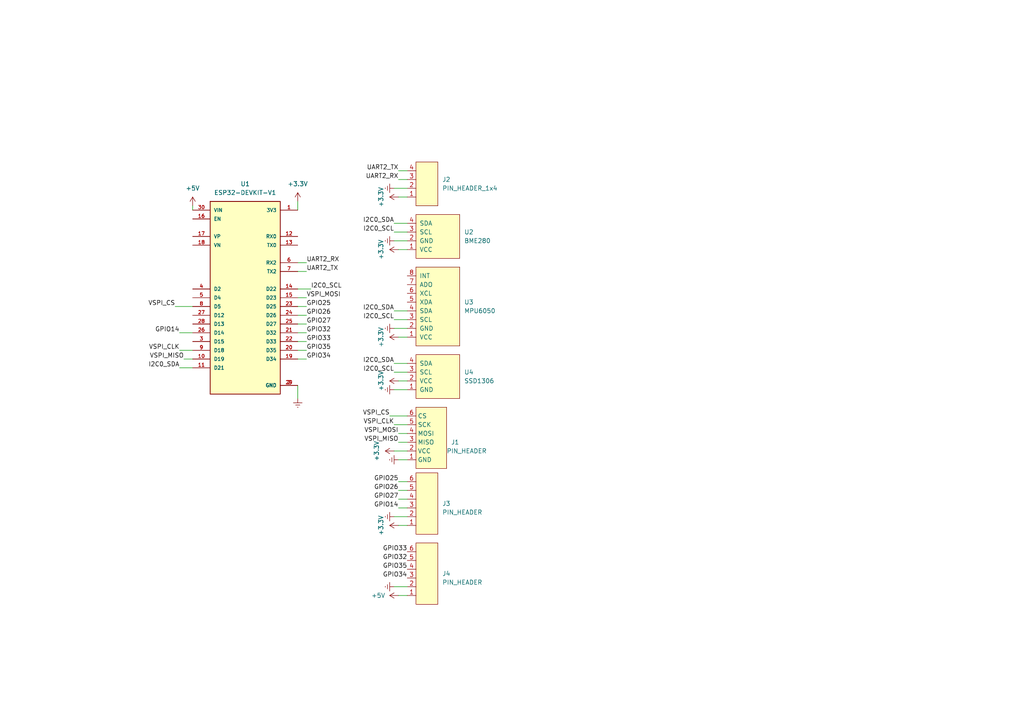
<source format=kicad_sch>
(kicad_sch (version 20230121) (generator eeschema)
  (paper "A4")
  (lib_symbols
    (symbol "New_Library:BME280" (pin_names (offset 1.016))
      (property "Reference" "U" (at 0 -3.81 0))
      (property "Value" "BME280" (at 0 -1.27 0))
      (symbol "BME280_0_1"
        (rectangle (start -6.35 6.35) (end 6.35 -6.35) (fill (type background)))
      )
      (symbol "BME280_1_1"
        (pin input line (at -3.81 8.89 270) (length 2.54) (name "VCC") (number "1"))
        (pin input line (at -1.27 8.89 270) (length 2.54) (name "GND") (number "2"))
        (pin input line (at 1.27 8.89 270) (length 2.54) (name "SCL") (number "3"))
        (pin input line (at 3.81 8.89 270) (length 2.54) (name "SDA") (number "4"))
      )
    )
    (symbol "New_Library:ESP32-DEVKIT-V1" (pin_names (offset 1.016))
      (property "Reference" "U" (at -10.16 30.48 0))
      (property "Value" "ESP32-DEVKIT-V1" (at -10.16 -30.48 0))
      (symbol "ESP32-DEVKIT-V1_0_0"
        (rectangle (start -10.16 -27.94) (end 10.16 27.94) (stroke (width 0.254)) (fill (type background)))
        (pin output line (at 15.24 25.4 180) (length 5.08) (name "3V3") (number "1"))
        (pin bidirectional line (at -15.24 -17.78 0) (length 5.08) (name "D19") (number "10"))
        (pin bidirectional line (at -15.24 -20.32 0) (length 5.08) (name "D21") (number "11"))
        (pin input line (at 15.24 17.78 180) (length 5.08) (name "RX0") (number "12"))
        (pin output line (at 15.24 15.24 180) (length 5.08) (name "TX0") (number "13"))
        (pin bidirectional line (at 15.24 2.54 180) (length 5.08) (name "D22") (number "14"))
        (pin bidirectional line (at 15.24 0 180) (length 5.08) (name "D23") (number "15"))
        (pin input line (at -15.24 22.86 0) (length 5.08) (name "EN") (number "16"))
        (pin bidirectional line (at -15.24 17.78 0) (length 5.08) (name "VP") (number "17"))
        (pin bidirectional line (at -15.24 15.24 0) (length 5.08) (name "VN") (number "18"))
        (pin bidirectional line (at 15.24 -17.78 180) (length 5.08) (name "D34") (number "19"))
        (pin power_in line (at 15.24 -25.4 180) (length 5.08) (name "GND") (number "2"))
        (pin bidirectional line (at 15.24 -15.24 180) (length 5.08) (name "D35") (number "20"))
        (pin bidirectional line (at 15.24 -10.16 180) (length 5.08) (name "D32") (number "21"))
        (pin bidirectional line (at 15.24 -12.7 180) (length 5.08) (name "D33") (number "22"))
        (pin bidirectional line (at 15.24 -2.54 180) (length 5.08) (name "D25") (number "23"))
        (pin bidirectional line (at 15.24 -5.08 180) (length 5.08) (name "D26") (number "24"))
        (pin bidirectional line (at 15.24 -7.62 180) (length 5.08) (name "D27") (number "25"))
        (pin bidirectional line (at -15.24 -10.16 0) (length 5.08) (name "D14") (number "26"))
        (pin bidirectional line (at -15.24 -5.08 0) (length 5.08) (name "D12") (number "27"))
        (pin bidirectional line (at -15.24 -7.62 0) (length 5.08) (name "D13") (number "28"))
        (pin power_in line (at 15.24 -25.4 180) (length 5.08) (name "GND") (number "29"))
        (pin bidirectional line (at -15.24 -12.7 0) (length 5.08) (name "D15") (number "3"))
        (pin input line (at -15.24 25.4 0) (length 5.08) (name "VIN") (number "30"))
        (pin bidirectional line (at -15.24 2.54 0) (length 5.08) (name "D2") (number "4"))
        (pin bidirectional line (at -15.24 0 0) (length 5.08) (name "D4") (number "5"))
        (pin input line (at 15.24 10.16 180) (length 5.08) (name "RX2") (number "6"))
        (pin output line (at 15.24 7.62 180) (length 5.08) (name "TX2") (number "7"))
        (pin bidirectional line (at -15.24 -2.54 0) (length 5.08) (name "D5") (number "8"))
        (pin bidirectional line (at -15.24 -15.24 0) (length 5.08) (name "D18") (number "9"))
      )
    )
    (symbol "New_Library:MPU6050" (pin_names (offset 1.016))
      (property "Reference" "U" (at 5.08 -3.81 0))
      (property "Value" "MPU6050" (at 5.08 -1.27 0))
      (symbol "MPU6050_0_1"
        (rectangle (start -6.35 6.35) (end 16.51 -6.35) (fill (type background)))
      )
      (symbol "MPU6050_1_1"
        (pin input line (at -3.81 8.89 270) (length 2.54) (name "VCC") (number "1"))
        (pin input line (at -1.27 8.89 270) (length 2.54) (name "GND") (number "2"))
        (pin input line (at 1.27 8.89 270) (length 2.54) (name "SCL") (number "3"))
        (pin input line (at 3.81 8.89 270) (length 2.54) (name "SDA") (number "4"))
        (pin input line (at 6.35 8.89 270) (length 2.54) (name "XDA") (number "5"))
        (pin input line (at 8.89 8.89 270) (length 2.54) (name "XCL") (number "6"))
        (pin input line (at 11.43 8.89 270) (length 2.54) (name "ADO") (number "7"))
        (pin input line (at 13.97 8.89 270) (length 2.54) (name "INT") (number "8"))
      )
    )
    (symbol "New_Library:PIN_HEADER_1x4"
      (property "Reference" "J" (at -1.27 -1.27 0))
      (property "Value" "PIN_HEADER_1x4" (at 0 1.27 0))
      (symbol "PIN_HEADER_1x4_0_1"
        (rectangle (start -7.62 3.81) (end 5.08 -2.54) (fill (type background)))
      )
      (symbol "PIN_HEADER_1x4_1_1"
        (pin input line (at -5.08 6.35 270) (length 2.54) (name "") (number "1"))
        (pin input line (at -2.54 6.35 270) (length 2.54) (name "") (number "2"))
        (pin input line (at 0 6.35 270) (length 2.54) (name "") (number "3"))
        (pin input line (at 2.54 6.35 270) (length 2.54) (name "") (number "4"))
      )
    )
    (symbol "New_Library:PIN_HEADER_1x6"
      (property "Reference" "J" (at 1.27 -1.27 0))
      (property "Value" "PIN_HEADER_1x6" (at 1.27 1.27 0))
      (symbol "PIN_HEADER_1x6_0_1"
        (rectangle (start -7.62 3.81) (end 10.16 -2.54) (fill (type background)))
      )
      (symbol "PIN_HEADER_1x6_1_1"
        (pin input line (at -5.08 6.35 270) (length 2.54) (name "") (number "1"))
        (pin input line (at -2.54 6.35 270) (length 2.54) (name "") (number "2"))
        (pin input line (at 0 6.35 270) (length 2.54) (name "") (number "3"))
        (pin input line (at 2.54 6.35 270) (length 2.54) (name "") (number "4"))
        (pin input line (at 5.08 6.35 270) (length 2.54) (name "") (number "5"))
        (pin input line (at 7.62 6.35 270) (length 2.54) (name "") (number "6"))
      )
    )
    (symbol "New_Library:SD_Module"
      (property "Reference" "J" (at 1.27 -3.81 0))
      (property "Value" "SD_Module" (at 1.27 -2.54 0))
      (symbol "SD_Module_0_1"
        (rectangle (start -7.62 3.81) (end 10.16 -5.08) (fill (type background)))
      )
      (symbol "SD_Module_1_1"
        (pin input line (at -5.08 6.35 270) (length 2.54) (name "GND") (number "1"))
        (pin input line (at -2.54 6.35 270) (length 2.54) (name "VCC") (number "2"))
        (pin input line (at 0 6.35 270) (length 2.54) (name "MISO") (number "3"))
        (pin input line (at 2.54 6.35 270) (length 2.54) (name "MOSI") (number "4"))
        (pin input line (at 5.08 6.35 270) (length 2.54) (name "SCK") (number "5"))
        (pin input line (at 7.62 6.35 270) (length 2.54) (name "CS") (number "6"))
      )
    )
    (symbol "New_Library:SSD1306" (pin_names (offset 1.016))
      (property "Reference" "U" (at 0 -3.81 0))
      (property "Value" "SSD1306" (at 0 -1.27 0))
      (symbol "SSD1306_0_1"
        (rectangle (start -6.35 6.35) (end 6.35 -6.35) (fill (type background)))
      )
      (symbol "SSD1306_1_1"
        (pin input line (at -3.81 8.89 270) (length 2.54) (name "GND") (number "1"))
        (pin input line (at -1.27 8.89 270) (length 2.54) (name "VCC") (number "2"))
        (pin input line (at 1.27 8.89 270) (length 2.54) (name "SCL") (number "3"))
        (pin input line (at 3.81 8.89 270) (length 2.54) (name "SDA") (number "4"))
      )
    )
    (symbol "power:+3.3V" (power) (pin_names (offset 0))
      (property "Value" "+3.3V" (at 0 3.556 0))
      (symbol "+3.3V_0_1"
        (polyline (pts (xy -0.762 1.27) (xy 0 2.54)))
        (polyline (pts (xy 0 0) (xy 0 2.54)))
        (polyline (pts (xy 0 2.54) (xy 0.762 1.27)))
      )
      (symbol "+3.3V_1_1"
        (pin power_in line (at 0 0 90) (length 0) hide (name "+3.3V") (number "1"))
      )
    )
    (symbol "power:+5V" (power) (pin_names (offset 0))
      (property "Value" "+5V" (at 0 3.556 0))
      (symbol "+5V_0_1"
        (polyline (pts (xy -0.762 1.27) (xy 0 2.54)))
        (polyline (pts (xy 0 0) (xy 0 2.54)))
        (polyline (pts (xy 0 2.54) (xy 0.762 1.27)))
      )
      (symbol "+5V_1_1"
        (pin power_in line (at 0 0 90) (length 0) hide (name "+5V") (number "1"))
      )
    )
    (symbol "power:Earth" (power) (pin_names (offset 0))
      (symbol "Earth_0_1"
        (polyline (pts (xy -0.635 -1.905) (xy 0.635 -1.905)))
        (polyline (pts (xy -0.127 -2.54) (xy 0.127 -2.54)))
        (polyline (pts (xy 0 -1.27) (xy 0 0)))
        (polyline (pts (xy 1.27 -1.27) (xy -1.27 -1.27)))
      )
      (symbol "Earth_1_1"
        (pin power_in line (at 0 0 270) (length 0) hide (name "Earth") (number "1"))
      )
    )
  )
  (wire (pts (xy 88.9 78.74) (xy 86.36 78.74)))
  (wire (pts (xy 88.9 91.44) (xy 86.36 91.44)))
  (wire (pts (xy 115.57 172.72) (xy 118.11 172.72)))
  (wire (pts (xy 115.57 139.7) (xy 118.11 139.7)))
  (wire (pts (xy 88.9 101.6) (xy 86.36 101.6)))
  (wire (pts (xy 88.9 104.14) (xy 86.36 104.14)))
  (wire (pts (xy 114.3 149.86) (xy 118.11 149.86)))
  (wire (pts (xy 115.57 72.39) (xy 118.11 72.39)))
  (wire (pts (xy 114.3 54.61) (xy 118.11 54.61)))
  (wire (pts (xy 115.57 128.27) (xy 118.11 128.27)))
  (wire (pts (xy 118.11 67.31) (xy 114.3 67.31)))
  (wire (pts (xy 52.07 101.6) (xy 55.88 101.6)))
  (wire (pts (xy 53.34 104.14) (xy 55.88 104.14)))
  (wire (pts (xy 115.57 147.32) (xy 118.11 147.32)))
  (wire (pts (xy 114.3 113.03) (xy 118.11 113.03)))
  (wire (pts (xy 52.07 96.52) (xy 55.88 96.52)))
  (wire (pts (xy 115.57 133.35) (xy 118.11 133.35)))
  (wire (pts (xy 115.57 57.15) (xy 118.11 57.15)))
  (wire (pts (xy 118.11 64.77) (xy 114.3 64.77)))
  (wire (pts (xy 88.9 76.2) (xy 86.36 76.2)))
  (wire (pts (xy 86.36 58.42) (xy 86.36 60.96)))
  (wire (pts (xy 118.11 107.95) (xy 114.3 107.95)))
  (wire (pts (xy 86.36 83.82) (xy 90.17 83.82)))
  (wire (pts (xy 113.03 120.65) (xy 118.11 120.65)))
  (wire (pts (xy 118.11 90.17) (xy 114.3 90.17)))
  (wire (pts (xy 114.3 95.25) (xy 118.11 95.25)))
  (wire (pts (xy 118.11 105.41) (xy 114.3 105.41)))
  (wire (pts (xy 50.8 88.9) (xy 55.88 88.9)))
  (wire (pts (xy 114.3 123.19) (xy 118.11 123.19)))
  (wire (pts (xy 55.88 106.68) (xy 52.07 106.68)))
  (wire (pts (xy 115.57 152.4) (xy 118.11 152.4)))
  (wire (pts (xy 88.9 96.52) (xy 86.36 96.52)))
  (wire (pts (xy 86.36 115.57) (xy 86.36 111.76)))
  (wire (pts (xy 88.9 99.06) (xy 86.36 99.06)))
  (wire (pts (xy 115.57 49.53) (xy 118.11 49.53)))
  (wire (pts (xy 88.9 86.36) (xy 86.36 86.36)))
  (wire (pts (xy 115.57 97.79) (xy 118.11 97.79)))
  (wire (pts (xy 115.57 142.24) (xy 118.11 142.24)))
  (wire (pts (xy 114.3 130.81) (xy 118.11 130.81)))
  (wire (pts (xy 55.88 59.69) (xy 55.88 60.96)))
  (wire (pts (xy 115.57 110.49) (xy 118.11 110.49)))
  (wire (pts (xy 88.9 93.98) (xy 86.36 93.98)))
  (wire (pts (xy 114.3 170.18) (xy 118.11 170.18)))
  (wire (pts (xy 88.9 88.9) (xy 86.36 88.9)))
  (wire (pts (xy 115.57 144.78) (xy 118.11 144.78)))
  (wire (pts (xy 118.11 92.71) (xy 114.3 92.71)))
  (wire (pts (xy 114.3 69.85) (xy 118.11 69.85)))
  (wire (pts (xy 115.57 52.07) (xy 118.11 52.07)))
  (wire (pts (xy 115.57 125.73) (xy 118.11 125.73)))
  (label "GPIO26" (at 88.9 91.44 0))
  (label "UART2_RX" (at 88.9 76.2 0))
  (label "I2C0_SCL" (at 114.3 67.31 180))
  (label "I2C0_SDA" (at 114.3 105.41 180))
  (label "VSPI_CLK" (at 52.07 101.6 180))
  (label "GPIO14" (at 115.57 147.32 180))
  (label "GPIO34" (at 88.9 104.14 0))
  (label "GPIO34" (at 118.11 167.64 180))
  (label "GPIO27" (at 88.9 93.98 0))
  (label "VSPI_MOSI" (at 115.57 125.73 180))
  (label "GPIO26" (at 115.57 142.24 180))
  (label "VSPI_CLK" (at 114.3 123.19 180))
  (label "UART2_RX" (at 115.57 52.07 180))
  (label "UART2_TX" (at 88.9 78.74 0))
  (label "GPIO32" (at 88.9 96.52 0))
  (label "I2C0_SDA" (at 52.07 106.68 180))
  (label "I2C0_SDA" (at 114.3 90.17 180))
  (label "VSPI_MISO" (at 115.57 128.27 180))
  (label "I2C0_SCL" (at 114.3 107.95 180))
  (label "VSPI_MISO" (at 53.34 104.14 180))
  (label "GPIO25" (at 88.9 88.9 0))
  (label "GPIO35" (at 118.11 165.1 180))
  (label "GPIO14" (at 52.07 96.52 180))
  (label "VSPI_MOSI" (at 88.9 86.36 0))
  (label "I2C0_SCL" (at 90.17 83.82 0))
  (label "GPIO27" (at 115.57 144.78 180))
  (label "GPIO33" (at 118.11 160.02 180))
  (label "VSPI_CS" (at 50.8 88.9 180))
  (label "GPIO35" (at 88.9 101.6 0))
  (label "GPIO32" (at 118.11 162.56 180))
  (label "GPIO33" (at 88.9 99.06 0))
  (label "I2C0_SDA" (at 114.3 64.77 180))
  (label "VSPI_CS" (at 113.03 120.65 180))
  (label "I2C0_SCL" (at 114.3 92.71 180))
  (label "GPIO25" (at 115.57 139.7 180))
  (label "UART2_TX" (at 115.57 49.53 180))
  (symbol (lib_id "New_Library:PIN_HEADER_1x4") (at 124.46 52.07 90) (unit 1)
    (property "Reference" "J2" (at 128.27 52.07 90) (effects (justify right)))
    (property "Value" "PIN_HEADER_1x4" (at 128.27 54.61 90) (effects (justify right)))
    (property "Footprint" "New_lib:PinHeader_1x04_P2.54mm_Vertical_1" (effects hide))
  )
  (symbol (lib_id "power:+3.3V") (at 115.57 57.15 90) (unit 1)
    (property "Reference" "#PWR012" (effects hide))
    (property "Value" "+3.3V" (at 110.49 57.15 0))
  )
  (symbol (lib_id "New_Library:MPU6050") (at 127 93.98 90) (unit 1)
    (property "Reference" "U3" (at 134.62 87.63 90) (effects (justify right)))
    (property "Value" "MPU6050" (at 134.62 90.17 90) (effects (justify right)))
    (property "Footprint" "New_lib:PinHeader_1x08_P2.54mm_Vertical" (effects hide))
  )
  (symbol (lib_id "New_Library:SD_Module") (at 124.46 128.27 90) (unit 1)
    (property "Reference" "J1" (at 130.81 128.27 90) (effects (justify right)))
    (property "Value" "PIN_HEADER" (at 129.54 130.81 90) (effects (justify right)))
    (property "Footprint" "New_lib:PinHeader_1x06_P2.54mm_Vertical_1" (effects hide))
  )
  (symbol (lib_id "New_Library:BME280") (at 127 68.58 90) (unit 1)
    (property "Reference" "U2" (at 134.62 67.31 90) (effects (justify right)))
    (property "Value" "BME280" (at 134.62 69.85 90) (effects (justify right)))
    (property "Footprint" "New_lib:PinHeader_1x04_P2.54mm_Vertical" (effects hide))
  )
  (symbol (lib_id "power:+5V") (at 55.88 59.69 0) (unit 1)
    (property "Reference" "#PWR017" (effects hide))
    (property "Value" "+5V" (at 55.88 54.61 0))
  )
  (symbol (lib_id "power:+3.3V") (at 115.57 152.4 90) (unit 1)
    (property "Reference" "#PWR014" (effects hide))
    (property "Value" "+3.3V" (at 110.49 152.4 0))
  )
  (symbol (lib_id "power:+3.3V") (at 115.57 72.39 90) (unit 1)
    (property "Reference" "#PWR06" (effects hide))
    (property "Value" "+3.3V" (at 110.49 72.39 0))
  )
  (symbol (lib_id "power:+3.3V") (at 114.3 130.81 90) (unit 1)
    (property "Reference" "#PWR010" (effects hide))
    (property "Value" "+3.3V" (at 109.22 130.81 0))
  )
  (symbol (lib_id "power:Earth") (at 114.3 113.03 270) (unit 1)
    (property "Reference" "#PWR02" (effects hide))
    (property "Value" "Earth" (effects hide))
  )
  (symbol (lib_id "New_Library:ESP32-DEVKIT-V1") (at 71.12 86.36 0) (unit 1)
    (property "Reference" "U1" (at 71.12 53.34 0))
    (property "Value" "ESP32-DEVKIT-V1" (at 71.12 55.88 0))
    (property "Footprint" "New_lib:MODULE_ESP32_DEVKIT_V1" (effects hide))
    (property "PARTREV" "N/A" (effects hide))
    (property "STANDARD" "Manufacturer Recommendations" (effects hide))
    (property "MAXIMUM_PACKAGE_HEIGHT" "6.8 mm" (effects hide))
    (property "MANUFACTURER" "DOIT" (effects hide))
  )
  (symbol (lib_id "New_Library:PIN_HEADER_1x6") (at 124.46 167.64 90) (unit 1)
    (property "Reference" "J4" (at 128.27 166.37 90) (effects (justify right)))
    (property "Value" "PIN_HEADER" (at 128.27 168.91 90) (effects (justify right)))
    (property "Footprint" "New_lib:PinHeader_1x06_P2.54mm_Vertical" (effects hide))
  )
  (symbol (lib_id "power:Earth") (at 114.3 54.61 270) (unit 1)
    (property "Reference" "#PWR011" (effects hide))
    (property "Value" "Earth" (effects hide))
  )
  (symbol (lib_id "New_Library:PIN_HEADER_1x6") (at 124.46 147.32 90) (unit 1)
    (property "Reference" "J3" (at 128.27 146.05 90) (effects (justify right)))
    (property "Value" "PIN_HEADER" (at 128.27 148.59 90) (effects (justify right)))
    (property "Footprint" "New_lib:PinHeader_1x06_P2.54mm_Vertical" (effects hide))
  )
  (symbol (lib_id "New_Library:SSD1306") (at 127 109.22 90) (unit 1)
    (property "Reference" "U4" (at 134.62 107.95 90) (effects (justify right)))
    (property "Value" "SSD1306" (at 134.62 110.49 90) (effects (justify right)))
    (property "Footprint" "New_lib:128x64OLED" (effects hide))
  )
  (symbol (lib_id "power:Earth") (at 115.57 133.35 270) (unit 1)
    (property "Reference" "#PWR09" (effects hide))
    (property "Value" "Earth" (effects hide))
  )
  (symbol (lib_id "power:+3.3V") (at 115.57 97.79 90) (unit 1)
    (property "Reference" "#PWR07" (effects hide))
    (property "Value" "+3.3V" (at 110.49 97.79 0))
  )
  (symbol (lib_id "power:+5V") (at 115.57 172.72 90) (unit 1)
    (property "Reference" "#PWR016" (effects hide))
    (property "Value" "+5V" (at 111.76 172.72 90) (effects (justify left)))
  )
  (symbol (lib_id "power:+3.3V") (at 86.36 58.42 0) (unit 1)
    (property "Reference" "#PWR05" (effects hide))
    (property "Value" "+3.3V" (at 86.36 53.34 0))
  )
  (symbol (lib_id "power:Earth") (at 114.3 149.86 270) (unit 1)
    (property "Reference" "#PWR013" (effects hide))
    (property "Value" "Earth" (effects hide))
  )
  (symbol (lib_id "power:Earth") (at 114.3 95.25 270) (unit 1)
    (property "Reference" "#PWR01" (effects hide))
    (property "Value" "Earth" (effects hide))
  )
  (symbol (lib_id "power:Earth") (at 86.36 115.57 0) (unit 1)
    (property "Reference" "#PWR04" (effects hide))
    (property "Value" "Earth" (effects hide))
  )
  (symbol (lib_id "power:Earth") (at 114.3 170.18 270) (unit 1)
    (property "Reference" "#PWR015" (effects hide))
    (property "Value" "Earth" (effects hide))
  )
  (symbol (lib_id "power:Earth") (at 114.3 69.85 270) (unit 1)
    (property "Reference" "#PWR03" (effects hide))
    (property "Value" "Earth" (effects hide))
  )
  (symbol (lib_id "power:+3.3V") (at 115.57 110.49 90) (unit 1)
    (property "Reference" "#PWR08" (effects hide))
    (property "Value" "+3.3V" (at 110.49 110.49 0))
  )
)
</source>
